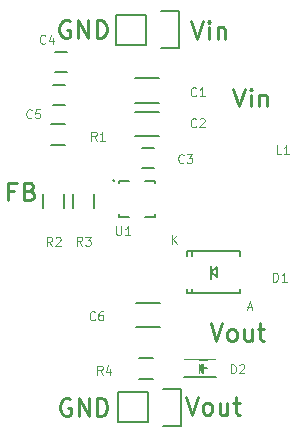
<source format=gto>
G04 #@! TF.FileFunction,Legend,Top*
%FSLAX46Y46*%
G04 Gerber Fmt 4.6, Leading zero omitted, Abs format (unit mm)*
G04 Created by KiCad (PCBNEW 4.0.5) date Sunday, February 19, 2017 'PMt' 07:14:27 PM*
%MOMM*%
%LPD*%
G01*
G04 APERTURE LIST*
%ADD10C,0.100000*%
%ADD11C,0.220000*%
%ADD12C,0.150000*%
%ADD13C,0.110000*%
%ADD14C,2.352400*%
%ADD15R,1.652400X1.402400*%
%ADD16R,6.452400X1.102400*%
%ADD17R,1.318400X2.352400*%
%ADD18R,2.184400X2.184400*%
%ADD19O,2.184400X2.184400*%
%ADD20R,1.652400X1.452400*%
%ADD21R,1.452400X1.652400*%
%ADD22C,0.200000*%
%ADD23O,1.002400X0.432400*%
%ADD24R,0.432400X3.952400*%
%ADD25R,1.802400X2.552400*%
%ADD26R,2.152400X1.752400*%
%ADD27R,3.652520X1.953260*%
%ADD28R,1.351280X1.351280*%
%ADD29C,1.652400*%
G04 APERTURE END LIST*
D10*
D11*
X168605486Y-129683771D02*
X169105486Y-131183771D01*
X169605486Y-129683771D01*
X170319772Y-131183771D02*
X170176914Y-131112343D01*
X170105486Y-131040914D01*
X170034057Y-130898057D01*
X170034057Y-130469486D01*
X170105486Y-130326629D01*
X170176914Y-130255200D01*
X170319772Y-130183771D01*
X170534057Y-130183771D01*
X170676914Y-130255200D01*
X170748343Y-130326629D01*
X170819772Y-130469486D01*
X170819772Y-130898057D01*
X170748343Y-131040914D01*
X170676914Y-131112343D01*
X170534057Y-131183771D01*
X170319772Y-131183771D01*
X172105486Y-130183771D02*
X172105486Y-131183771D01*
X171462629Y-130183771D02*
X171462629Y-130969486D01*
X171534057Y-131112343D01*
X171676915Y-131183771D01*
X171891200Y-131183771D01*
X172034057Y-131112343D01*
X172105486Y-131040914D01*
X172605486Y-130183771D02*
X173176915Y-130183771D01*
X172819772Y-129683771D02*
X172819772Y-130969486D01*
X172891200Y-131112343D01*
X173034058Y-131183771D01*
X173176915Y-131183771D01*
X166993286Y-104131371D02*
X167493286Y-105631371D01*
X167993286Y-104131371D01*
X168493286Y-105631371D02*
X168493286Y-104631371D01*
X168493286Y-104131371D02*
X168421857Y-104202800D01*
X168493286Y-104274229D01*
X168564714Y-104202800D01*
X168493286Y-104131371D01*
X168493286Y-104274229D01*
X169207572Y-104631371D02*
X169207572Y-105631371D01*
X169207572Y-104774229D02*
X169279000Y-104702800D01*
X169421858Y-104631371D01*
X169636143Y-104631371D01*
X169779000Y-104702800D01*
X169850429Y-104845657D01*
X169850429Y-105631371D01*
X156667343Y-104101200D02*
X156524486Y-104029771D01*
X156310200Y-104029771D01*
X156095915Y-104101200D01*
X155953057Y-104244057D01*
X155881629Y-104386914D01*
X155810200Y-104672629D01*
X155810200Y-104886914D01*
X155881629Y-105172629D01*
X155953057Y-105315486D01*
X156095915Y-105458343D01*
X156310200Y-105529771D01*
X156453057Y-105529771D01*
X156667343Y-105458343D01*
X156738772Y-105386914D01*
X156738772Y-104886914D01*
X156453057Y-104886914D01*
X157381629Y-105529771D02*
X157381629Y-104029771D01*
X158238772Y-105529771D01*
X158238772Y-104029771D01*
X158953058Y-105529771D02*
X158953058Y-104029771D01*
X159310201Y-104029771D01*
X159524486Y-104101200D01*
X159667344Y-104244057D01*
X159738772Y-104386914D01*
X159810201Y-104672629D01*
X159810201Y-104886914D01*
X159738772Y-105172629D01*
X159667344Y-105315486D01*
X159524486Y-105458343D01*
X159310201Y-105529771D01*
X158953058Y-105529771D01*
X156718143Y-136105200D02*
X156575286Y-136033771D01*
X156361000Y-136033771D01*
X156146715Y-136105200D01*
X156003857Y-136248057D01*
X155932429Y-136390914D01*
X155861000Y-136676629D01*
X155861000Y-136890914D01*
X155932429Y-137176629D01*
X156003857Y-137319486D01*
X156146715Y-137462343D01*
X156361000Y-137533771D01*
X156503857Y-137533771D01*
X156718143Y-137462343D01*
X156789572Y-137390914D01*
X156789572Y-136890914D01*
X156503857Y-136890914D01*
X157432429Y-137533771D02*
X157432429Y-136033771D01*
X158289572Y-137533771D01*
X158289572Y-136033771D01*
X159003858Y-137533771D02*
X159003858Y-136033771D01*
X159361001Y-136033771D01*
X159575286Y-136105200D01*
X159718144Y-136248057D01*
X159789572Y-136390914D01*
X159861001Y-136676629D01*
X159861001Y-136890914D01*
X159789572Y-137176629D01*
X159718144Y-137319486D01*
X159575286Y-137462343D01*
X159361001Y-137533771D01*
X159003858Y-137533771D01*
X166522686Y-135906771D02*
X167022686Y-137406771D01*
X167522686Y-135906771D01*
X168236972Y-137406771D02*
X168094114Y-137335343D01*
X168022686Y-137263914D01*
X167951257Y-137121057D01*
X167951257Y-136692486D01*
X168022686Y-136549629D01*
X168094114Y-136478200D01*
X168236972Y-136406771D01*
X168451257Y-136406771D01*
X168594114Y-136478200D01*
X168665543Y-136549629D01*
X168736972Y-136692486D01*
X168736972Y-137121057D01*
X168665543Y-137263914D01*
X168594114Y-137335343D01*
X168451257Y-137406771D01*
X168236972Y-137406771D01*
X170022686Y-136406771D02*
X170022686Y-137406771D01*
X169379829Y-136406771D02*
X169379829Y-137192486D01*
X169451257Y-137335343D01*
X169594115Y-137406771D01*
X169808400Y-137406771D01*
X169951257Y-137335343D01*
X170022686Y-137263914D01*
X170522686Y-136406771D02*
X171094115Y-136406771D01*
X170736972Y-135906771D02*
X170736972Y-137192486D01*
X170808400Y-137335343D01*
X170951258Y-137406771D01*
X171094115Y-137406771D01*
X170523886Y-109820971D02*
X171023886Y-111320971D01*
X171523886Y-109820971D01*
X172023886Y-111320971D02*
X172023886Y-110320971D01*
X172023886Y-109820971D02*
X171952457Y-109892400D01*
X172023886Y-109963829D01*
X172095314Y-109892400D01*
X172023886Y-109820971D01*
X172023886Y-109963829D01*
X172738172Y-110320971D02*
X172738172Y-111320971D01*
X172738172Y-110463829D02*
X172809600Y-110392400D01*
X172952458Y-110320971D01*
X173166743Y-110320971D01*
X173309600Y-110392400D01*
X173381029Y-110535257D01*
X173381029Y-111320971D01*
X151991286Y-118485457D02*
X151491286Y-118485457D01*
X151491286Y-119271171D02*
X151491286Y-117771171D01*
X152205572Y-117771171D01*
X153277000Y-118485457D02*
X153491286Y-118556886D01*
X153562714Y-118628314D01*
X153634143Y-118771171D01*
X153634143Y-118985457D01*
X153562714Y-119128314D01*
X153491286Y-119199743D01*
X153348428Y-119271171D01*
X152777000Y-119271171D01*
X152777000Y-117771171D01*
X153277000Y-117771171D01*
X153419857Y-117842600D01*
X153491286Y-117914029D01*
X153562714Y-118056886D01*
X153562714Y-118199743D01*
X153491286Y-118342600D01*
X153419857Y-118414029D01*
X153277000Y-118485457D01*
X152777000Y-118485457D01*
D12*
X162847400Y-116547000D02*
X163847400Y-116547000D01*
X163847400Y-114847000D02*
X162847400Y-114847000D01*
X156456000Y-106693600D02*
X155456000Y-106693600D01*
X155456000Y-108393600D02*
X156456000Y-108393600D01*
X156252800Y-109538400D02*
X155252800Y-109538400D01*
X155252800Y-111238400D02*
X156252800Y-111238400D01*
X163118800Y-106095800D02*
X160578800Y-106095800D01*
X165938800Y-106375800D02*
X164388800Y-106375800D01*
X163118800Y-106095800D02*
X163118800Y-103555800D01*
X164388800Y-103275800D02*
X165938800Y-103275800D01*
X165938800Y-103275800D02*
X165938800Y-106375800D01*
X163118800Y-103555800D02*
X160578800Y-103555800D01*
X160578800Y-103555800D02*
X160578800Y-106095800D01*
X163296600Y-138074400D02*
X160756600Y-138074400D01*
X166116600Y-138354400D02*
X164566600Y-138354400D01*
X163296600Y-138074400D02*
X163296600Y-135534400D01*
X164566600Y-135254400D02*
X166116600Y-135254400D01*
X166116600Y-135254400D02*
X166116600Y-138354400D01*
X163296600Y-135534400D02*
X160756600Y-135534400D01*
X160756600Y-135534400D02*
X160756600Y-138074400D01*
X155127400Y-112815400D02*
X156327400Y-112815400D01*
X156327400Y-114565400D02*
X155127400Y-114565400D01*
X156170600Y-118729200D02*
X156170600Y-119929200D01*
X154420600Y-119929200D02*
X154420600Y-118729200D01*
X156960600Y-119903800D02*
X156960600Y-118703800D01*
X158710600Y-118703800D02*
X158710600Y-119903800D01*
X160501853Y-117627000D02*
G75*
G03X160501853Y-117627000I-76158J0D01*
G01*
X163085695Y-117657000D02*
X163885695Y-117657000D01*
X161685695Y-120657000D02*
X160885695Y-120657000D01*
X163885695Y-120437000D02*
X163885695Y-120657000D01*
X163885695Y-120657000D02*
X163095695Y-120657000D01*
X160885695Y-117657000D02*
X161685695Y-117657000D01*
X160885695Y-117657000D02*
X160885695Y-117877000D01*
X163885695Y-117657000D02*
X163885695Y-117877000D01*
X160885695Y-120437000D02*
X160885695Y-120657000D01*
X162220400Y-111007000D02*
X164220400Y-111007000D01*
X164220400Y-108957000D02*
X162220400Y-108957000D01*
X162245800Y-113826400D02*
X164245800Y-113826400D01*
X164245800Y-111776400D02*
X162245800Y-111776400D01*
X162296600Y-129980800D02*
X164296600Y-129980800D01*
X164296600Y-127930800D02*
X162296600Y-127930800D01*
X168609200Y-125349000D02*
X169159200Y-124899000D01*
X169159200Y-124899000D02*
X169159200Y-125799000D01*
X169159200Y-125799000D02*
X168609200Y-125349000D01*
X168609200Y-124799000D02*
X168609200Y-125899000D01*
X167060060Y-127099060D02*
X167060060Y-126748540D01*
X167060060Y-123598940D02*
X167060060Y-123949460D01*
X171109640Y-127099060D02*
X171109640Y-126748540D01*
X166608760Y-127099060D02*
X166608760Y-126748540D01*
X166608760Y-123598940D02*
X166608760Y-123949460D01*
X171109640Y-123598940D02*
X171109640Y-123949460D01*
X166608760Y-127099060D02*
X171109640Y-127099060D01*
X166608760Y-123598940D02*
X171109640Y-123598940D01*
X166395600Y-134252400D02*
X169095600Y-134252400D01*
X166395600Y-132752400D02*
X169095600Y-132752400D01*
X167895600Y-133652400D02*
X167895600Y-133402400D01*
X167895600Y-133402400D02*
X167745600Y-133552400D01*
X167645600Y-133152400D02*
X167645600Y-133852400D01*
X167995600Y-133502400D02*
X168345600Y-133502400D01*
X167645600Y-133502400D02*
X167995600Y-133152400D01*
X167995600Y-133152400D02*
X167995600Y-133852400D01*
X167995600Y-133852400D02*
X167645600Y-133502400D01*
X162518800Y-132652800D02*
X163718800Y-132652800D01*
X163718800Y-134402800D02*
X162518800Y-134402800D01*
D13*
X166346600Y-116041057D02*
X166310886Y-116076771D01*
X166203743Y-116112486D01*
X166132314Y-116112486D01*
X166025171Y-116076771D01*
X165953743Y-116005343D01*
X165918028Y-115933914D01*
X165882314Y-115791057D01*
X165882314Y-115683914D01*
X165918028Y-115541057D01*
X165953743Y-115469629D01*
X166025171Y-115398200D01*
X166132314Y-115362486D01*
X166203743Y-115362486D01*
X166310886Y-115398200D01*
X166346600Y-115433914D01*
X166596600Y-115362486D02*
X167060886Y-115362486D01*
X166810886Y-115648200D01*
X166918028Y-115648200D01*
X166989457Y-115683914D01*
X167025171Y-115719629D01*
X167060886Y-115791057D01*
X167060886Y-115969629D01*
X167025171Y-116041057D01*
X166989457Y-116076771D01*
X166918028Y-116112486D01*
X166703743Y-116112486D01*
X166632314Y-116076771D01*
X166596600Y-116041057D01*
X154611800Y-105957257D02*
X154576086Y-105992971D01*
X154468943Y-106028686D01*
X154397514Y-106028686D01*
X154290371Y-105992971D01*
X154218943Y-105921543D01*
X154183228Y-105850114D01*
X154147514Y-105707257D01*
X154147514Y-105600114D01*
X154183228Y-105457257D01*
X154218943Y-105385829D01*
X154290371Y-105314400D01*
X154397514Y-105278686D01*
X154468943Y-105278686D01*
X154576086Y-105314400D01*
X154611800Y-105350114D01*
X155254657Y-105528686D02*
X155254657Y-106028686D01*
X155076086Y-105242971D02*
X154897514Y-105778686D01*
X155361800Y-105778686D01*
X153468800Y-112256457D02*
X153433086Y-112292171D01*
X153325943Y-112327886D01*
X153254514Y-112327886D01*
X153147371Y-112292171D01*
X153075943Y-112220743D01*
X153040228Y-112149314D01*
X153004514Y-112006457D01*
X153004514Y-111899314D01*
X153040228Y-111756457D01*
X153075943Y-111685029D01*
X153147371Y-111613600D01*
X153254514Y-111577886D01*
X153325943Y-111577886D01*
X153433086Y-111613600D01*
X153468800Y-111649314D01*
X154147371Y-111577886D02*
X153790228Y-111577886D01*
X153754514Y-111935029D01*
X153790228Y-111899314D01*
X153861657Y-111863600D01*
X154040228Y-111863600D01*
X154111657Y-111899314D01*
X154147371Y-111935029D01*
X154183086Y-112006457D01*
X154183086Y-112185029D01*
X154147371Y-112256457D01*
X154111657Y-112292171D01*
X154040228Y-112327886D01*
X153861657Y-112327886D01*
X153790228Y-112292171D01*
X153754514Y-112256457D01*
X174601600Y-115350486D02*
X174244457Y-115350486D01*
X174244457Y-114600486D01*
X175244458Y-115350486D02*
X174815886Y-115350486D01*
X175030172Y-115350486D02*
X175030172Y-114600486D01*
X174958743Y-114707629D01*
X174887315Y-114779057D01*
X174815886Y-114814771D01*
X158955200Y-114207486D02*
X158705200Y-113850343D01*
X158526628Y-114207486D02*
X158526628Y-113457486D01*
X158812343Y-113457486D01*
X158883771Y-113493200D01*
X158919486Y-113528914D01*
X158955200Y-113600343D01*
X158955200Y-113707486D01*
X158919486Y-113778914D01*
X158883771Y-113814629D01*
X158812343Y-113850343D01*
X158526628Y-113850343D01*
X159669486Y-114207486D02*
X159240914Y-114207486D01*
X159455200Y-114207486D02*
X159455200Y-113457486D01*
X159383771Y-113564629D01*
X159312343Y-113636057D01*
X159240914Y-113671771D01*
X155196000Y-123122886D02*
X154946000Y-122765743D01*
X154767428Y-123122886D02*
X154767428Y-122372886D01*
X155053143Y-122372886D01*
X155124571Y-122408600D01*
X155160286Y-122444314D01*
X155196000Y-122515743D01*
X155196000Y-122622886D01*
X155160286Y-122694314D01*
X155124571Y-122730029D01*
X155053143Y-122765743D01*
X154767428Y-122765743D01*
X155481714Y-122444314D02*
X155517428Y-122408600D01*
X155588857Y-122372886D01*
X155767428Y-122372886D01*
X155838857Y-122408600D01*
X155874571Y-122444314D01*
X155910286Y-122515743D01*
X155910286Y-122587171D01*
X155874571Y-122694314D01*
X155446000Y-123122886D01*
X155910286Y-123122886D01*
X157736000Y-123097486D02*
X157486000Y-122740343D01*
X157307428Y-123097486D02*
X157307428Y-122347486D01*
X157593143Y-122347486D01*
X157664571Y-122383200D01*
X157700286Y-122418914D01*
X157736000Y-122490343D01*
X157736000Y-122597486D01*
X157700286Y-122668914D01*
X157664571Y-122704629D01*
X157593143Y-122740343D01*
X157307428Y-122740343D01*
X157986000Y-122347486D02*
X158450286Y-122347486D01*
X158200286Y-122633200D01*
X158307428Y-122633200D01*
X158378857Y-122668914D01*
X158414571Y-122704629D01*
X158450286Y-122776057D01*
X158450286Y-122954629D01*
X158414571Y-123026057D01*
X158378857Y-123061771D01*
X158307428Y-123097486D01*
X158093143Y-123097486D01*
X158021714Y-123061771D01*
X157986000Y-123026057D01*
X160616971Y-121483886D02*
X160616971Y-122091029D01*
X160652686Y-122162457D01*
X160688400Y-122198171D01*
X160759829Y-122233886D01*
X160902686Y-122233886D01*
X160974114Y-122198171D01*
X161009829Y-122162457D01*
X161045543Y-122091029D01*
X161045543Y-121483886D01*
X161795543Y-122233886D02*
X161366971Y-122233886D01*
X161581257Y-122233886D02*
X161581257Y-121483886D01*
X161509828Y-121591029D01*
X161438400Y-121662457D01*
X161366971Y-121698171D01*
X167388000Y-110376857D02*
X167352286Y-110412571D01*
X167245143Y-110448286D01*
X167173714Y-110448286D01*
X167066571Y-110412571D01*
X166995143Y-110341143D01*
X166959428Y-110269714D01*
X166923714Y-110126857D01*
X166923714Y-110019714D01*
X166959428Y-109876857D01*
X166995143Y-109805429D01*
X167066571Y-109734000D01*
X167173714Y-109698286D01*
X167245143Y-109698286D01*
X167352286Y-109734000D01*
X167388000Y-109769714D01*
X168102286Y-110448286D02*
X167673714Y-110448286D01*
X167888000Y-110448286D02*
X167888000Y-109698286D01*
X167816571Y-109805429D01*
X167745143Y-109876857D01*
X167673714Y-109912571D01*
X167388000Y-113018457D02*
X167352286Y-113054171D01*
X167245143Y-113089886D01*
X167173714Y-113089886D01*
X167066571Y-113054171D01*
X166995143Y-112982743D01*
X166959428Y-112911314D01*
X166923714Y-112768457D01*
X166923714Y-112661314D01*
X166959428Y-112518457D01*
X166995143Y-112447029D01*
X167066571Y-112375600D01*
X167173714Y-112339886D01*
X167245143Y-112339886D01*
X167352286Y-112375600D01*
X167388000Y-112411314D01*
X167673714Y-112411314D02*
X167709428Y-112375600D01*
X167780857Y-112339886D01*
X167959428Y-112339886D01*
X168030857Y-112375600D01*
X168066571Y-112411314D01*
X168102286Y-112482743D01*
X168102286Y-112554171D01*
X168066571Y-112661314D01*
X167638000Y-113089886D01*
X168102286Y-113089886D01*
X158828200Y-129350657D02*
X158792486Y-129386371D01*
X158685343Y-129422086D01*
X158613914Y-129422086D01*
X158506771Y-129386371D01*
X158435343Y-129314943D01*
X158399628Y-129243514D01*
X158363914Y-129100657D01*
X158363914Y-128993514D01*
X158399628Y-128850657D01*
X158435343Y-128779229D01*
X158506771Y-128707800D01*
X158613914Y-128672086D01*
X158685343Y-128672086D01*
X158792486Y-128707800D01*
X158828200Y-128743514D01*
X159471057Y-128672086D02*
X159328200Y-128672086D01*
X159256771Y-128707800D01*
X159221057Y-128743514D01*
X159149628Y-128850657D01*
X159113914Y-128993514D01*
X159113914Y-129279229D01*
X159149628Y-129350657D01*
X159185343Y-129386371D01*
X159256771Y-129422086D01*
X159399628Y-129422086D01*
X159471057Y-129386371D01*
X159506771Y-129350657D01*
X159542486Y-129279229D01*
X159542486Y-129100657D01*
X159506771Y-129029229D01*
X159471057Y-128993514D01*
X159399628Y-128957800D01*
X159256771Y-128957800D01*
X159185343Y-128993514D01*
X159149628Y-129029229D01*
X159113914Y-129100657D01*
X173919028Y-126145486D02*
X173919028Y-125395486D01*
X174097600Y-125395486D01*
X174204743Y-125431200D01*
X174276171Y-125502629D01*
X174311886Y-125574057D01*
X174347600Y-125716914D01*
X174347600Y-125824057D01*
X174311886Y-125966914D01*
X174276171Y-126038343D01*
X174204743Y-126109771D01*
X174097600Y-126145486D01*
X173919028Y-126145486D01*
X175061886Y-126145486D02*
X174633314Y-126145486D01*
X174847600Y-126145486D02*
X174847600Y-125395486D01*
X174776171Y-125502629D01*
X174704743Y-125574057D01*
X174633314Y-125609771D01*
X165360771Y-122945086D02*
X165360771Y-122195086D01*
X165789343Y-122945086D02*
X165467914Y-122516514D01*
X165789343Y-122195086D02*
X165360771Y-122623657D01*
X171730629Y-128324000D02*
X172087772Y-128324000D01*
X171659201Y-128538286D02*
X171909201Y-127788286D01*
X172159201Y-128538286D01*
X170337628Y-133917886D02*
X170337628Y-133167886D01*
X170516200Y-133167886D01*
X170623343Y-133203600D01*
X170694771Y-133275029D01*
X170730486Y-133346457D01*
X170766200Y-133489314D01*
X170766200Y-133596457D01*
X170730486Y-133739314D01*
X170694771Y-133810743D01*
X170623343Y-133882171D01*
X170516200Y-133917886D01*
X170337628Y-133917886D01*
X171051914Y-133239314D02*
X171087628Y-133203600D01*
X171159057Y-133167886D01*
X171337628Y-133167886D01*
X171409057Y-133203600D01*
X171444771Y-133239314D01*
X171480486Y-133310743D01*
X171480486Y-133382171D01*
X171444771Y-133489314D01*
X171016200Y-133917886D01*
X171480486Y-133917886D01*
X159463200Y-134019486D02*
X159213200Y-133662343D01*
X159034628Y-134019486D02*
X159034628Y-133269486D01*
X159320343Y-133269486D01*
X159391771Y-133305200D01*
X159427486Y-133340914D01*
X159463200Y-133412343D01*
X159463200Y-133519486D01*
X159427486Y-133590914D01*
X159391771Y-133626629D01*
X159320343Y-133662343D01*
X159034628Y-133662343D01*
X160106057Y-133519486D02*
X160106057Y-134019486D01*
X159927486Y-133233771D02*
X159748914Y-133769486D01*
X160213200Y-133769486D01*
%LPC*%
D14*
X174117000Y-104775000D03*
X152273000Y-104775000D03*
X152654000Y-136525000D03*
D15*
X164597400Y-115697000D03*
X162097400Y-115697000D03*
X154706000Y-107543600D03*
X157206000Y-107543600D03*
X154502800Y-110388400D03*
X157002800Y-110388400D03*
D10*
G36*
X172683507Y-116007800D02*
X174278522Y-117299417D01*
X173553293Y-118195000D01*
X171958278Y-116903383D01*
X172683507Y-116007800D01*
X172683507Y-116007800D01*
G37*
G36*
X170758522Y-116893383D02*
X169163507Y-118185000D01*
X168438278Y-117289417D01*
X170033293Y-115997800D01*
X170758522Y-116893383D01*
X170758522Y-116893383D01*
G37*
G36*
X174278522Y-121003383D02*
X172683507Y-122295000D01*
X171958278Y-121399417D01*
X173553293Y-120107800D01*
X174278522Y-121003383D01*
X174278522Y-121003383D01*
G37*
D16*
X171348400Y-116476400D03*
X171348400Y-121826400D03*
D17*
X168781400Y-121201400D03*
X168781400Y-117101400D03*
X173915400Y-121201400D03*
X173915400Y-117101400D03*
D10*
G36*
X169153507Y-120107800D02*
X170748522Y-121399417D01*
X170023293Y-122295000D01*
X168428278Y-121003383D01*
X169153507Y-120107800D01*
X169153507Y-120107800D01*
G37*
D18*
X164388800Y-104825800D03*
D19*
X161848800Y-104825800D03*
D18*
X164566600Y-136804400D03*
D19*
X162026600Y-136804400D03*
D20*
X157077400Y-113690400D03*
X154377400Y-113690400D03*
D21*
X155295600Y-120679200D03*
X155295600Y-117979200D03*
X157835600Y-117953800D03*
X157835600Y-120653800D03*
D22*
X161885695Y-118407000D03*
X162885695Y-118407000D03*
X161885695Y-119907000D03*
X162885695Y-119907000D03*
D23*
X163860695Y-118157000D03*
X163860695Y-118657000D03*
X163860695Y-120157000D03*
X163860695Y-119657000D03*
X160910695Y-118157000D03*
X160910695Y-118657000D03*
X160910695Y-120157000D03*
X160910695Y-119657000D03*
X160910695Y-119157000D03*
D24*
X162135695Y-119157000D03*
D25*
X162385695Y-119157000D03*
D24*
X162635695Y-119157000D03*
D23*
X163860695Y-119157000D03*
D22*
X162385695Y-119157000D03*
D26*
X165220400Y-109982000D03*
X161220400Y-109982000D03*
X165245800Y-112801400D03*
X161245800Y-112801400D03*
X165296600Y-128955800D03*
X161296600Y-128955800D03*
D27*
X166359840Y-125349000D03*
X171358560Y-125349000D03*
D28*
X169044620Y-133502400D03*
X166946580Y-133502400D03*
D20*
X164468800Y-133527800D03*
X161768800Y-133527800D03*
D29*
X171221400Y-113131600D03*
X152577800Y-116154200D03*
X174548800Y-130454400D03*
D14*
X173863000Y-136525000D03*
M02*

</source>
